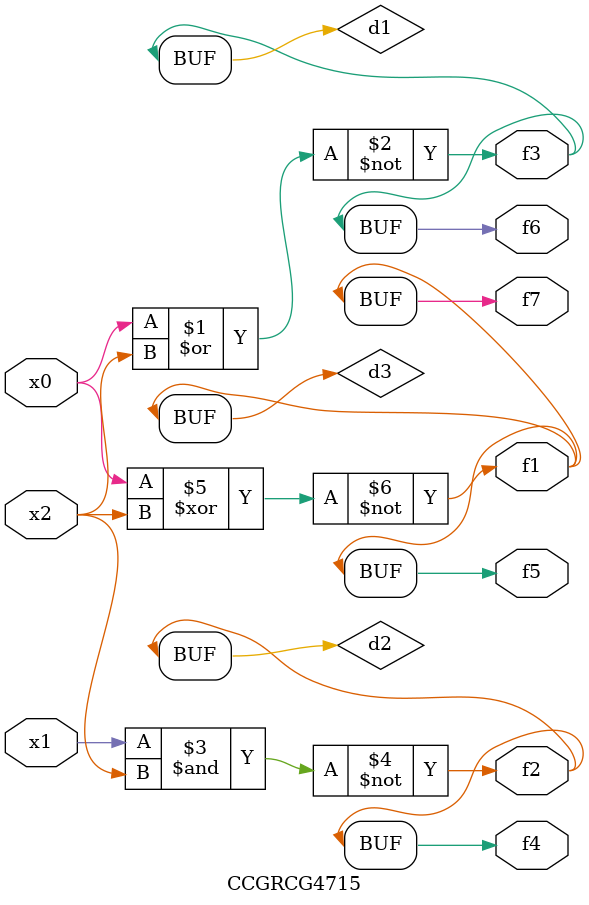
<source format=v>
module CCGRCG4715(
	input x0, x1, x2,
	output f1, f2, f3, f4, f5, f6, f7
);

	wire d1, d2, d3;

	nor (d1, x0, x2);
	nand (d2, x1, x2);
	xnor (d3, x0, x2);
	assign f1 = d3;
	assign f2 = d2;
	assign f3 = d1;
	assign f4 = d2;
	assign f5 = d3;
	assign f6 = d1;
	assign f7 = d3;
endmodule

</source>
